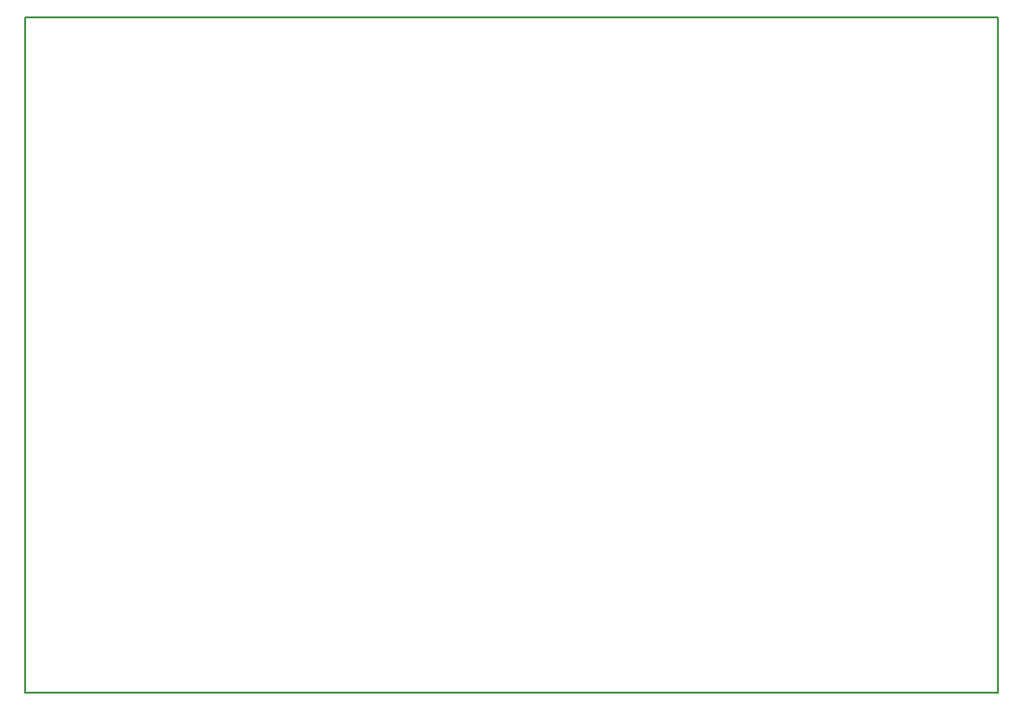
<source format=gbp>
G04 #@! TF.GenerationSoftware,KiCad,Pcbnew,(7.0.0-0)*
G04 #@! TF.CreationDate,2023-04-02T13:15:13+01:00*
G04 #@! TF.ProjectId,AuxBoard,41757842-6f61-4726-942e-6b696361645f,rev?*
G04 #@! TF.SameCoordinates,Original*
G04 #@! TF.FileFunction,Paste,Bot*
G04 #@! TF.FilePolarity,Positive*
%FSLAX46Y46*%
G04 Gerber Fmt 4.6, Leading zero omitted, Abs format (unit mm)*
G04 Created by KiCad (PCBNEW (7.0.0-0)) date 2023-04-02 13:15:13*
%MOMM*%
%LPD*%
G01*
G04 APERTURE LIST*
G04 #@! TA.AperFunction,Profile*
%ADD10C,0.200000*%
G04 #@! TD*
G04 APERTURE END LIST*
D10*
X104750000Y-49750000D02*
X190000000Y-49750000D01*
X190000000Y-49750000D02*
X190000000Y-109000000D01*
X190000000Y-109000000D02*
X104750000Y-109000000D01*
X104750000Y-109000000D02*
X104750000Y-49750000D01*
M02*

</source>
